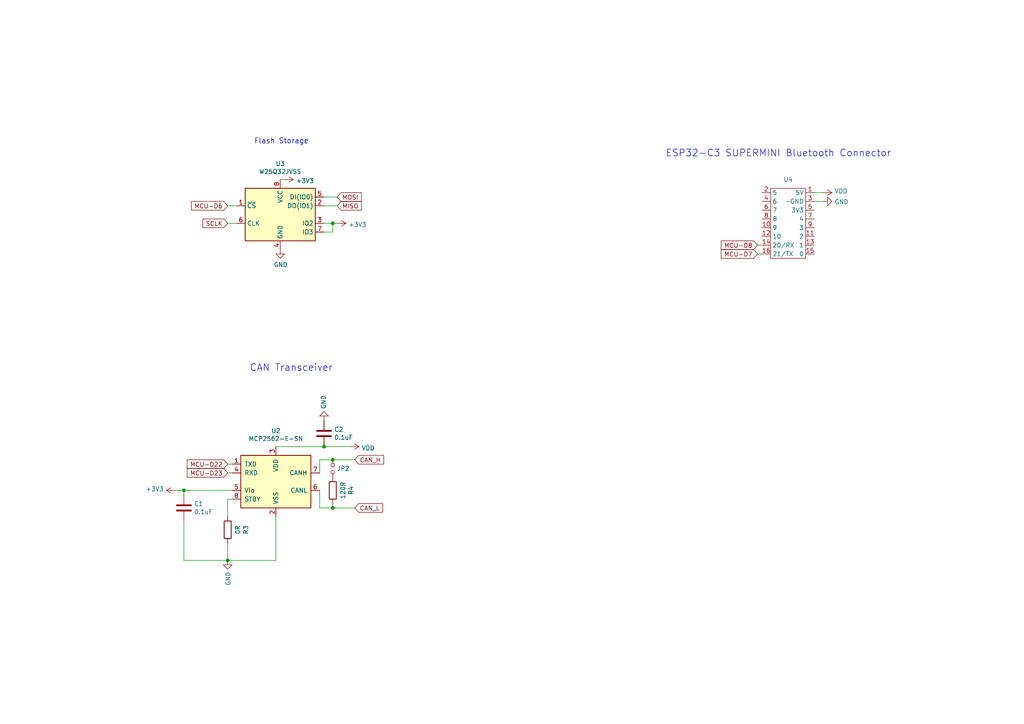
<source format=kicad_sch>
(kicad_sch (version 20230121) (generator eeschema)
  (paper "A4")
  (lib_symbols
    (symbol "Device:C" (pin_numbers hide) (pin_names (offset 0.254))
      (property "Reference" "C" (at 0.635 2.54 0))
      (property "Value" "C" (at 0.635 -2.54 0))
      (symbol "C_0_1"
        (polyline (pts (xy -2.032 -0.762) (xy 2.032 -0.762)) (stroke (width 0.508)))
        (polyline (pts (xy -2.032 0.762) (xy 2.032 0.762)) (stroke (width 0.508)))
      )
      (symbol "C_1_1"
        (pin passive line (at 0 3.81 270) (length 2.794) (name "~") (number "1"))
        (pin passive line (at 0 -3.81 90) (length 2.794) (name "~") (number "2"))
      )
    )
    (symbol "Device:Jumper_NO_Small" (pin_numbers hide) (pin_names (offset 0.762) hide)
      (property "Reference" "JP" (at 0 2.032 0))
      (property "Value" "Device_Jumper_NO_Small" (at 0.254 -1.524 0))
      (symbol "Jumper_NO_Small_0_1"
        (circle (center -1.016 0) (radius 0.508))
        (circle (center 1.016 0) (radius 0.508))
        (pin passive line (at -2.54 0 0) (length 1.016) (name "1") (number "1"))
        (pin passive line (at 2.54 0 180) (length 1.016) (name "2") (number "2"))
      )
    )
    (symbol "Device:R" (pin_numbers hide) (pin_names (offset 0))
      (property "Reference" "R" (at 2.032 0 90))
      (property "Value" "R" (at 0 0 90))
      (symbol "R_0_1"
        (rectangle (start -1.016 -2.54) (end 1.016 2.54) (stroke (width 0.254)))
      )
      (symbol "R_1_1"
        (pin passive line (at 0 3.81 270) (length 1.27) (name "~") (number "1"))
        (pin passive line (at 0 -3.81 90) (length 1.27) (name "~") (number "2"))
      )
    )
    (symbol "Interface_CAN_LIN:MCP2562-E-SN" (pin_names (offset 1.016))
      (property "Reference" "U" (at -10.16 8.89 0))
      (property "Value" "MCP2562-E-SN" (at 2.54 8.89 0))
      (symbol "MCP2562-E-SN_0_1"
        (rectangle (start -10.16 7.62) (end 10.16 -7.62) (stroke (width 0.254)) (fill (type background)))
      )
      (symbol "MCP2562-E-SN_1_1"
        (pin input line (at -12.7 5.08 0) (length 2.54) (name "TXD") (number "1"))
        (pin power_in line (at 0 -10.16 90) (length 2.54) (name "VSS") (number "2"))
        (pin power_in line (at 0 10.16 270) (length 2.54) (name "VDD") (number "3"))
        (pin output line (at -12.7 2.54 0) (length 2.54) (name "RXD") (number "4"))
        (pin power_in line (at -12.7 -2.54 0) (length 2.54) (name "Vio") (number "5"))
        (pin bidirectional line (at 12.7 -2.54 180) (length 2.54) (name "CANL") (number "6"))
        (pin bidirectional line (at 12.7 2.54 180) (length 2.54) (name "CANH") (number "7"))
        (pin input line (at -12.7 -5.08 0) (length 2.54) (name "STBY") (number "8"))
      )
    )
    (symbol "Memory_Flash:W25Q32JVSS"
      (property "Reference" "U" (at -8.89 8.89 0))
      (property "Value" "W25Q32JVSS" (at 7.62 8.89 0))
      (symbol "W25Q32JVSS_0_1"
        (rectangle (start -10.16 7.62) (end 10.16 -7.62) (stroke (width 0.254)) (fill (type background)))
      )
      (symbol "W25Q32JVSS_1_1"
        (pin input line (at -12.7 2.54 0) (length 2.54) (name "~{CS}") (number "1"))
        (pin bidirectional line (at 12.7 2.54 180) (length 2.54) (name "DO(IO1)") (number "2"))
        (pin bidirectional line (at 12.7 -2.54 180) (length 2.54) (name "IO2") (number "3"))
        (pin power_in line (at 0 -10.16 90) (length 2.54) (name "GND") (number "4"))
        (pin bidirectional line (at 12.7 5.08 180) (length 2.54) (name "DI(IO0)") (number "5"))
        (pin input line (at -12.7 -2.54 0) (length 2.54) (name "CLK") (number "6"))
        (pin bidirectional line (at 12.7 -5.08 180) (length 2.54) (name "IO3") (number "7"))
        (pin power_in line (at 0 10.16 270) (length 2.54) (name "VCC") (number "8"))
      )
    )
    (symbol "Misc:ESP32-C3_SUPERMINI"
      (property "Reference" "U9" (at 0 6.35 0))
      (property "Value" "~" (at 0 0 0))
      (symbol "ESP32-C3_SUPERMINI_0_1"
        (polyline (pts (xy -5.08 3.81) (xy 5.08 3.81) (xy 5.08 -16.51) (xy -5.08 -16.51) (xy -5.08 3.81)))
      )
      (symbol "ESP32-C3_SUPERMINI_1_1"
        (pin power_in line (at 7.62 2.54 180) (length 2.54) (name "5V") (number "1"))
        (pin bidirectional line (at -7.62 -7.62 0) (length 2.54) (name "9") (number "10"))
        (pin bidirectional line (at 7.62 -10.16 180) (length 2.54) (name "2") (number "11"))
        (pin bidirectional line (at -7.62 -10.16 0) (length 2.54) (name "10") (number "12"))
        (pin bidirectional line (at 7.62 -12.7 180) (length 2.54) (name "1") (number "13"))
        (pin bidirectional line (at -7.62 -12.7 0) (length 2.54) (name "20/RX") (number "14"))
        (pin bidirectional line (at 7.62 -15.24 180) (length 2.54) (name "0") (number "15"))
        (pin bidirectional line (at -7.62 -15.24 0) (length 2.54) (name "21/TX") (number "16"))
        (pin bidirectional line (at -7.62 2.54 0) (length 2.54) (name "5") (number "2"))
        (pin power_in line (at 7.62 0 180) (length 2.54) (name "GND") (number "3"))
        (pin bidirectional line (at -7.62 0 0) (length 2.54) (name "6") (number "4"))
        (pin power_in line (at 7.62 -2.54 180) (length 2.54) (name "3V3") (number "5"))
        (pin bidirectional line (at -7.62 -2.54 0) (length 2.54) (name "7") (number "6"))
        (pin bidirectional line (at 7.62 -5.08 180) (length 2.54) (name "4") (number "7"))
        (pin bidirectional line (at -7.62 -5.08 0) (length 2.54) (name "8") (number "8"))
        (pin bidirectional line (at 7.62 -7.62 180) (length 2.54) (name "3") (number "9"))
      )
    )
    (symbol "power:+3V3" (power) (pin_names (offset 0))
      (property "Value" "+3V3" (at 0 3.556 0))
      (symbol "+3V3_0_1"
        (polyline (pts (xy -0.762 1.27) (xy 0 2.54)))
        (polyline (pts (xy 0 0) (xy 0 2.54)))
        (polyline (pts (xy 0 2.54) (xy 0.762 1.27)))
      )
      (symbol "+3V3_1_1"
        (pin power_in line (at 0 0 90) (length 0) hide (name "+3V3") (number "1"))
      )
    )
    (symbol "power:GND" (power) (pin_names (offset 0))
      (property "Value" "GND" (at 0 -3.81 0))
      (symbol "GND_0_1"
        (polyline (pts (xy 0 0) (xy 0 -1.27) (xy 1.27 -1.27) (xy 0 -2.54) (xy -1.27 -1.27) (xy 0 -1.27)))
      )
      (symbol "GND_1_1"
        (pin power_in line (at 0 0 270) (length 0) hide (name "GND") (number "1"))
      )
    )
    (symbol "power:VDD" (power) (pin_names (offset 0))
      (property "Value" "VDD" (at 0 3.81 0))
      (symbol "VDD_0_1"
        (polyline (pts (xy -0.762 1.27) (xy 0 2.54)))
        (polyline (pts (xy 0 0) (xy 0 2.54)))
        (polyline (pts (xy 0 2.54) (xy 0.762 1.27)))
      )
      (symbol "VDD_1_1"
        (pin power_in line (at 0 0 90) (length 0) hide (name "VDD") (number "1"))
      )
    )
  )
  (junction (at 96.52 133.35))
  (junction (at 96.52 147.32))
  (junction (at 66.04 162.56))
  (junction (at 53.34 142.24))
  (junction (at 93.98 129.54))
  (junction (at 96.52 64.77))
  (wire (pts (xy 53.34 142.24) (xy 67.31 142.24)))
  (wire (pts (xy 97.79 64.77) (xy 96.52 64.77)))
  (wire (pts (xy 93.98 129.54) (xy 80.01 129.54)))
  (wire (pts (xy 50.8 142.24) (xy 53.34 142.24)))
  (wire (pts (xy 236.22 55.88) (xy 238.76 55.88)))
  (wire (pts (xy 96.52 133.35) (xy 102.87 133.35)))
  (wire (pts (xy 96.52 146.05) (xy 96.52 147.32)))
  (wire (pts (xy 53.34 143.51) (xy 53.34 142.24)))
  (wire (pts (xy 236.22 58.42) (xy 238.76 58.42)))
  (wire (pts (xy 92.71 147.32) (xy 96.52 147.32)))
  (wire (pts (xy 219.71 71.12) (xy 220.98 71.12)))
  (wire (pts (xy 66.04 64.77) (xy 68.58 64.77)))
  (wire (pts (xy 82.55 52.07) (xy 81.28 52.07)))
  (wire (pts (xy 96.52 67.31) (xy 96.52 64.77)))
  (wire (pts (xy 66.04 59.69) (xy 68.58 59.69)))
  (wire (pts (xy 96.52 64.77) (xy 93.98 64.77)))
  (wire (pts (xy 80.01 149.86) (xy 80.01 162.56)))
  (wire (pts (xy 92.71 142.24) (xy 92.71 147.32)))
  (wire (pts (xy 66.04 157.48) (xy 66.04 162.56)))
  (wire (pts (xy 96.52 133.35) (xy 92.71 133.35)))
  (wire (pts (xy 80.01 162.56) (xy 66.04 162.56)))
  (wire (pts (xy 66.04 137.16) (xy 67.31 137.16)))
  (wire (pts (xy 93.98 67.31) (xy 96.52 67.31)))
  (wire (pts (xy 93.98 57.15) (xy 97.79 57.15)))
  (wire (pts (xy 96.52 147.32) (xy 102.87 147.32)))
  (wire (pts (xy 92.71 133.35) (xy 92.71 137.16)))
  (wire (pts (xy 66.04 149.86) (xy 66.04 144.78)))
  (wire (pts (xy 219.71 73.66) (xy 220.98 73.66)))
  (wire (pts (xy 66.04 134.62) (xy 67.31 134.62)))
  (wire (pts (xy 53.34 162.56) (xy 66.04 162.56)))
  (wire (pts (xy 97.79 59.69) (xy 93.98 59.69)))
  (wire (pts (xy 101.6 129.54) (xy 93.98 129.54)))
  (wire (pts (xy 66.04 144.78) (xy 67.31 144.78)))
  (wire (pts (xy 53.34 151.13) (xy 53.34 162.56)))
  (text "Flash Storage" (at 73.66 41.91 0) (effects (font (size 1.4986 1.4986)) (justify left bottom)))
  (text "CAN Transceiver" (at 72.39 107.95 0) (effects (font (size 1.9812 1.9812)) (justify left bottom)))
  (text "ESP32-C3 SUPERMINI Bluetooth Connector" (at 193.04 45.72 0) (effects (font (size 1.9812 1.9812)) (justify left bottom)))
  (global_label "MCU-D7" (shape input) (at 219.71 73.66 180) (property "Intersheetrefs" "${INTERSHEET_REFS}" (effects hide)))
  (global_label "MISO" (shape input) (at 97.79 59.69 0) (property "Intersheetrefs" "${INTERSHEET_REFS}" (effects hide)))
  (global_label "CAN_H" (shape input) (at 102.87 133.35 0) (property "Intersheetrefs" "${INTERSHEET_REFS}" (effects hide)))
  (global_label "CAN_L" (shape input) (at 102.87 147.32 0) (property "Intersheetrefs" "${INTERSHEET_REFS}" (effects hide)))
  (global_label "MCU-D6" (shape input) (at 66.04 59.69 180) (property "Intersheetrefs" "${INTERSHEET_REFS}" (effects hide)))
  (global_label "MCU-D23" (shape input) (at 66.04 137.16 180) (property "Intersheetrefs" "${INTERSHEET_REFS}" (effects hide)))
  (global_label "MOSI" (shape input) (at 97.79 57.15 0) (property "Intersheetrefs" "${INTERSHEET_REFS}" (effects hide)))
  (global_label "MCU-D8" (shape input) (at 219.71 71.12 180) (property "Intersheetrefs" "${INTERSHEET_REFS}" (effects hide)))
  (global_label "MCU-D22" (shape input) (at 66.04 134.62 180) (property "Intersheetrefs" "${INTERSHEET_REFS}" (effects hide)))
  (global_label "SCLK" (shape input) (at 66.04 64.77 180) (property "Intersheetrefs" "${INTERSHEET_REFS}" (effects hide)))
  (symbol (lib_id "Interface_CAN_LIN:MCP2562-E-SN") (at 80.01 139.7 0) (unit 1)
    (property "Reference" "U2" (at 80.01 124.9426 0))
    (property "Value" "MCP2562-E-SN" (at 80.01 127.254 0))
    (property "Footprint" "Package_SO:SOIC-8_3.9x4.9mm_P1.27mm" (effects hide))
    (property "Datasheet" "http://ww1.microchip.com/downloads/en/DeviceDoc/25167A.pdf" (effects hide))
    (property "Digikey Part Number" "MCP2562-E/SN-ND" (effects hide))
    (property "Manufacturer_Name" "Microchip Technology" (effects hide))
    (property "Manufacturer_Part_Number" "MCP2562-E/SN" (effects hide))
    (property "URL" "https://www.digikey.com.au/products/en?keywords=MCP2562-E-SN" (effects hide))
  )
  (symbol (lib_id "power:GND") (at 66.04 162.56 0) (unit 1)
    (property "Reference" "#PWR015" (effects hide))
    (property "Value" "GND" (at 66.167 165.8112 90) (effects (justify right)))
  )
  (symbol (lib_id "Memory_Flash:W25Q32JVSS") (at 81.28 62.23 0) (unit 1)
    (property "Reference" "U3" (at 81.28 47.4726 0))
    (property "Value" "W25Q32JVSS" (at 81.28 49.784 0))
    (property "Footprint" "Package_SO:SOIC-8_5.23x5.23mm_P1.27mm" (effects hide))
    (property "Datasheet" "http://www.winbond.com/resource-files/w25q32jv%20revg%2003272018%20plus.pdf" (effects hide))
    (property "Digikey Part Number" "W25Q32JVSSIQCT-ND" (effects hide))
    (property "Manufacturer_Name" "Winbond Electronics" (effects hide))
    (property "Manufacturer_Part_Number" "W25Q32JVSSIQ" (effects hide))
    (property "URL" "https://www.digikey.com.au/product-detail/en/winbond-electronics/W25Q32JVSSIQ-TR/W25Q32JVSSIQCT-ND/7393546" (effects hide))
  )
  (symbol (lib_id "power:GND") (at 81.28 72.39 0) (unit 1)
    (property "Reference" "#PWR016" (effects hide))
    (property "Value" "GND" (at 81.407 76.7842 0))
  )
  (symbol (lib_id "power:+3V3") (at 97.79 64.77 270) (unit 1)
    (property "Reference" "#PWR019" (effects hide))
    (property "Value" "+3V3" (at 101.0412 65.151 90) (effects (justify left)))
  )
  (symbol (lib_id "power:+3V3") (at 82.55 52.07 270) (unit 1)
    (property "Reference" "#PWR017" (effects hide))
    (property "Value" "+3V3" (at 85.8012 52.451 90) (effects (justify left)))
  )
  (symbol (lib_id "Device:R") (at 96.52 142.24 180) (unit 1)
    (property "Reference" "R4" (at 101.7778 142.24 90))
    (property "Value" "120R" (at 99.4664 142.24 90))
    (property "Footprint" "Resistor_SMD:R_0805_2012Metric" (effects hide))
    (property "Manufacturer_Name" "Yageo" (effects hide))
    (property "Manufacturer_Part_Number" "RC0805FR-07120RL" (effects hide))
    (property "URL" "https://www.digikey.com/products/en?keywords=311-120CRCT-ND" (effects hide))
    (property "Digikey Part Number" "311-120CRCT-ND" (effects hide))
  )
  (symbol (lib_id "power:VDD") (at 101.6 129.54 270) (unit 1)
    (property "Reference" "#PWR020" (effects hide))
    (property "Value" "VDD" (at 104.8512 129.9718 90) (effects (justify left)))
  )
  (symbol (lib_id "Device:C") (at 93.98 125.73 0) (unit 1)
    (property "Reference" "C2" (at 96.901 124.5616 0) (effects (justify left)))
    (property "Value" "0.1uF" (at 96.901 126.873 0) (effects (justify left)))
    (property "Footprint" "Capacitor_SMD:C_0805_2012Metric" (effects hide))
    (property "Digikey Part Number" "311-1140-1-ND" (effects hide))
    (property "Manufacturer_Name" "Yageo" (effects hide))
    (property "Manufacturer_Part_Number" "CC0805KRX7R9BB104" (effects hide))
    (property "URL" "https://www.digikey.com.au/product-detail/en/yageo/CC0805KRX7R9BB104/311-1140-1-ND/303050" (effects hide))
  )
  (symbol (lib_id "power:GND") (at 93.98 121.92 180) (unit 1)
    (property "Reference" "#PWR018" (effects hide))
    (property "Value" "GND" (at 93.853 118.6688 90) (effects (justify right)))
  )
  (symbol (lib_id "Device:C") (at 53.34 147.32 0) (unit 1)
    (property "Reference" "C1" (at 56.261 146.1516 0) (effects (justify left)))
    (property "Value" "0.1uF" (at 56.261 148.463 0) (effects (justify left)))
    (property "Footprint" "Capacitor_SMD:C_0805_2012Metric" (effects hide))
    (property "Digikey Part Number" "311-1140-1-ND" (effects hide))
    (property "Manufacturer_Name" "Yageo" (effects hide))
    (property "Manufacturer_Part_Number" "CC0805KRX7R9BB104" (effects hide))
    (property "URL" "https://www.digikey.com.au/product-detail/en/yageo/CC0805KRX7R9BB104/311-1140-1-ND/303050" (effects hide))
  )
  (symbol (lib_id "power:+3V3") (at 50.8 142.24 90) (unit 1)
    (property "Reference" "#PWR014" (effects hide))
    (property "Value" "+3V3" (at 47.5488 141.859 90) (effects (justify left)))
  )
  (symbol (lib_id "Device:R") (at 66.04 153.67 180) (unit 1)
    (property "Reference" "R3" (at 71.2978 153.67 90))
    (property "Value" "0R" (at 68.9864 153.67 90))
    (property "Footprint" "Resistor_SMD:R_0805_2012Metric" (effects hide))
    (property "Manufacturer_Name" "Yageo" (effects hide))
    (property "Manufacturer_Part_Number" "RC0805JR-070RL" (effects hide))
    (property "URL" "https://www.digikey.com.au/product-detail/en/yageo/RC0805JR-070RL/311-0.0ARCT-ND/731163" (effects hide))
    (property "Digikey Part Number" "311-0.0ARCT-ND" (effects hide))
  )
  (symbol (lib_id "Device:Jumper_NO_Small") (at 96.52 135.89 270) (unit 1)
    (property "Reference" "JP2" (at 97.7392 135.89 90) (effects (justify left)))
    (property "Value" "Jumper_NO_Small" (effects hide))
    (property "Footprint" "Jumper:SolderJumper-2_P1.3mm_Open_Pad1.0x1.5mm" (effects hide))
  )
  (symbol (lib_id "Misc:ESP32-C3_SUPERMINI") (at 228.6 58.42 0) (unit 1)
    (property "Reference" "U4" (at 228.6 52.07 0))
    (property "Value" "~" (at 228.6 58.42 0))
    (property "Footprint" "Misc:ESP32-C3 SUPERMINI" (effects hide))
  )
  (symbol (lib_id "power:VDD") (at 238.76 55.88 270) (mirror x) (unit 1)
    (property "Reference" "#PWR021" (effects hide))
    (property "Value" "VDD" (at 242.0112 55.4482 90) (effects (justify left)))
  )
  (symbol (lib_id "power:GND") (at 238.76 58.42 90) (mirror x) (unit 1)
    (property "Reference" "#PWR022" (effects hide))
    (property "Value" "GND" (at 242.0112 58.547 90) (effects (justify right)))
  )
)
</source>
